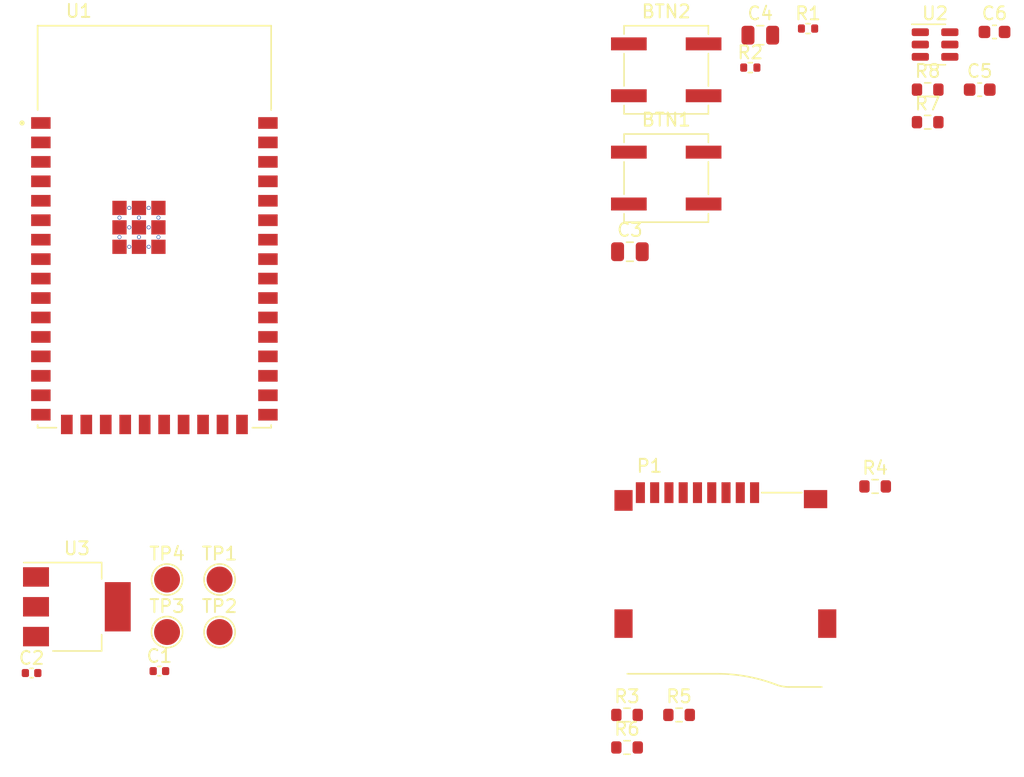
<source format=kicad_pcb>
(kicad_pcb (version 20211014) (generator pcbnew)
  (layers (0 "F.Cu" signal) (31 "B.Cu" signal) (34 "B.Paste" user) (35 "F.Paste" user) (36 "B.SilkS" user "B.Silkscreen") (37 "F.SilkS" user "F.Silkscreen") (38 "B.Mask" user) (39 "F.Mask" user) (44 "Edge.Cuts" user))
  (net 0 "")
  (net 1 "GND")
  (net 2 "IO0")
  (net 3 "EN")
  (net 4 "VDD")
  (net 5 "VUSB")
  (net 9 "SD_D3")
  (net 10 "SD_CMD")
  (net 11 "SD_CLK")
  (net 12 "SD_D0")
  (net 15 "DAC_SCL")
  (net 16 "DAC_SDA")
  (net 17 "USB_D-")
  (net 18 "USB_D+")
  (net 43 "TXD")
  (net 44 "RXD")
  (net 47 "Net-(U1-Pad43_1)")
  (footprint "Resistor_SMD:R_0603_1608Metric" (layer "F.Cu") (at 134.98 108.91)
    (fp_text reference "R6" (at 0 -1.43) (layer "F.SilkS"))
    (fp_text value "R-EU_R0603")
    (fp_line (start -0.237258 -0.5225) (end 0.237258 -0.5225) (layer "F.SilkS") (width 0.12))
    (fp_line (start -0.237258 0.5225) (end 0.237258 0.5225) (layer "F.SilkS") (width 0.12))
    (pad "1" smd roundrect (at -0.825 0) (size 0.8 0.95) (layers "F.Cu" "F.Paste" "F.Mask") (net 4 "VDD"))
    (pad "2" smd roundrect (at 0.825 0) (size 0.8 0.95) (layers "F.Cu" "F.Paste" "F.Mask") (net 11 "SD_CLK"))
  )
  (footprint "Resistor_SMD:R_0603_1608Metric" (layer "F.Cu") (at 138.99 106.4)
    (fp_text reference "R5" (at 0 -1.43) (layer "F.SilkS"))
    (fp_text value "R-EU_R0603")
    (fp_line (start -0.237258 -0.5225) (end 0.237258 -0.5225) (layer "F.SilkS") (width 0.12))
    (fp_line (start -0.237258 0.5225) (end 0.237258 0.5225) (layer "F.SilkS") (width 0.12))
    (pad "1" smd roundrect (at -0.825 0) (size 0.8 0.95) (layers "F.Cu" "F.Paste" "F.Mask") (net 4 "VDD"))
    (pad "2" smd roundrect (at 0.825 0) (size 0.8 0.95) (layers "F.Cu" "F.Paste" "F.Mask") (net 10 "SD_CMD"))
  )
  (footprint "GlobalLibrary:SUNTECH_ST-TF-003A" (layer "F.Cu") (at 141.2885 94.5885)
    (fp_text reference "P1" (at -4.57732 -7.38873) (layer "F.SilkS") (effects (font (size 1.000504 1.000504))))
    (fp_text value "ST-TF-003A")
    (fp_line (start 7.17 -5.33) (end 4.07 -5.33) (layer "F.SilkS") (width 0.127))
    (fp_line (start 0.6469 8.64) (end -6.287 8.64) (layer "F.SilkS") (width 0.127))
    (fp_line (start 8.699 9.656) (end 6.1679 9.656) (layer "F.SilkS") (width 0.127))
    (fp_arc (start 6.1679 9.656) (mid 5.659557 9.609613) (end 5.168 9.472) (layer "F.SilkS") (width 0.127))
    (fp_arc (start 0.6469 8.64) (mid 2.945408 8.849735) (end 5.168 9.472) (layer "F.SilkS") (width 0.127))
    (pad "" np_thru_hole circle (at 4.32 5.17) (size 0.9 0.9) (drill 0.9) (layers *.Cu *.Mask))
    (pad "" np_thru_hole circle (at -3.68 5.17) (size 0.9 0.9) (drill 0.9) (layers *.Cu *.Mask))
    (pad "1" smd rect (at 3.52 -5.33 270) (size 1.6 0.7) (layers "F.Cu" "F.Paste" "F.Mask"))
    (pad "2" smd rect (at 2.42 -5.33 270) (size 1.6 0.7) (layers "F.Cu" "F.Paste" "F.Mask") (net 9 "SD_D3"))
    (pad "3" smd rect (at 1.32 -5.33 270) (size 1.6 0.7) (layers "F.Cu" "F.Paste" "F.Mask") (net 10 "SD_CMD"))
    (pad "4" smd rect (at 0.22 -5.33 270) (size 1.6 0.7) (layers "F.Cu" "F.Paste" "F.Mask") (net 4 "VDD"))
    (pad "5" smd rect (at -0.88 -5.33 270) (size 1.6 0.7) (layers "F.Cu" "F.Paste" "F.Mask") (net 11 "SD_CLK"))
    (pad "6" smd rect (at -1.98 -5.33 270) (size 1.6 0.7) (layers "F.Cu" "F.Paste" "F.Mask") (net 1 "GND"))
    (pad "7" smd rect (at -3.08 -5.33 270) (size 1.6 0.7) (layers "F.Cu" "F.Paste" "F.Mask") (net 12 "SD_D0"))
    (pad "8" smd rect (at -4.18 -5.33 270) (size 1.6 0.7) (layers "F.Cu" "F.Paste" "F.Mask"))
    (pad "9" smd rect (at -5.28 -5.33 270) (size 1.6 0.7) (layers "F.Cu" "F.Paste" "F.Mask"))
    (pad "G1" smd rect (at -6.58 -4.73 270) (size 1.6 1.4) (layers "F.Cu" "F.Paste" "F.Mask") (net 1 "GND"))
    (pad "G2" smd rect (at -6.58 4.77 270) (size 2.2 1.4) (layers "F.Cu" "F.Paste" "F.Mask") (net 1 "GND"))
    (pad "G3" smd rect (at 9.12 4.77 270) (size 2.2 1.4) (layers "F.Cu" "F.Paste" "F.Mask") (net 1 "GND"))
    (pad "G4" smd rect (at 8.22 -4.83 270) (size 1.4 1.8) (layers "F.Cu" "F.Paste" "F.Mask") (net 1 "GND"))
  )
  (footprint "Button_Switch_SMD:SW_SPST_B3SL-1022P" (layer "F.Cu") (at 138 65)
    (fp_text reference "BTN1" (at 0 -4.5) (layer "F.SilkS"))
    (fp_text value "SPST-SMD-5.2MM")
    (fp_line (start 3.25 3.4) (end -3.25 3.4) (layer "F.SilkS") (width 0.12))
    (fp_line (start -3.25 -3.4) (end -3.25 -2.75) (layer "F.SilkS") (width 0.12))
    (fp_line (start 3.25 -2.75) (end 3.25 -3.4) (layer "F.SilkS") (width 0.12))
    (fp_line (start 3.25 2.75) (end 3.25 3.4) (layer "F.SilkS") (width 0.12))
    (fp_line (start 3.25 -1.25) (end 3.25 1.25) (layer "F.SilkS") (width 0.12))
    (fp_line (start -3.25 3.4) (end -3.25 2.75) (layer "F.SilkS") (width 0.12))
    (fp_line (start -3.25 -1.25) (end -3.25 1.25) (layer "F.SilkS") (width 0.12))
    (fp_line (start 3.25 -3.4) (end -3.25 -3.4) (layer "F.SilkS") (width 0.12))
    (pad "1" smd rect (at -2.88 -2) (size 2.75 1) (layers "F.Cu" "F.Paste" "F.Mask") (net 1 "GND"))
    (pad "1" smd rect (at 2.88 -2) (size 2.75 1) (layers "F.Cu" "F.Paste" "F.Mask") (net 1 "GND"))
    (pad "2" smd rect (at -2.88 2) (size 2.75 1) (layers "F.Cu" "F.Paste" "F.Mask") (net 2 "IO0"))
    (pad "2" smd rect (at 2.88 2) (size 2.75 1) (layers "F.Cu" "F.Paste" "F.Mask") (net 2 "IO0"))
  )
  (footprint "Resistor_SMD:R_0402_1005Metric" (layer "F.Cu") (at 144.48 56.48)
    (fp_text reference "R2" (at 0 -1.17) (layer "F.SilkS"))
    (fp_text value "R-EU_R0603")
    (fp_line (start -0.153641 -0.38) (end 0.153641 -0.38) (layer "F.SilkS") (width 0.12))
    (fp_line (start -0.153641 0.38) (end 0.153641 0.38) (layer "F.SilkS") (width 0.12))
    (pad "1" smd roundrect (at -0.51 0) (size 0.54 0.64) (layers "F.Cu" "F.Paste" "F.Mask") (net 4 "VDD"))
    (pad "2" smd roundrect (at 0.51 0) (size 0.54 0.64) (layers "F.Cu" "F.Paste" "F.Mask") (net 3 "EN"))
  )
  (footprint "TestPoint:TestPoint_Pad_D2.0mm" (layer "F.Cu") (at 103.58 100.01)
    (fp_text reference "TP2" (at 0 -1.998) (layer "F.SilkS"))
    (fp_text value "USB_D-")
    (fp_circle (center 0 0) (end 0 1.2) (layer "F.SilkS") (width 0.12) (fill none))
    (pad "1" smd circle (at 0 0) (size 2 2) (layers "F.Cu" "F.Mask") (net 17 "USB_D-"))
  )
  (footprint "TestPoint:TestPoint_Pad_D2.0mm" (layer "F.Cu") (at 99.53 100.01)
    (fp_text reference "TP3" (at 0 -1.998) (layer "F.SilkS"))
    (fp_text value "USB_D+")
    (fp_circle (center 0 0) (end 0 1.2) (layer "F.SilkS") (width 0.12) (fill none))
    (pad "1" smd circle (at 0 0) (size 2 2) (layers "F.Cu" "F.Mask") (net 18 "USB_D+"))
  )
  (footprint "Resistor_SMD:R_0603_1608Metric" (layer "F.Cu") (at 134.98 106.4)
    (fp_text reference "R3" (at 0 -1.43) (layer "F.SilkS"))
    (fp_text value "R-EU_R0603")
    (fp_line (start -0.237258 -0.5225) (end 0.237258 -0.5225) (layer "F.SilkS") (width 0.12))
    (fp_line (start -0.237258 0.5225) (end 0.237258 0.5225) (layer "F.SilkS") (width 0.12))
    (pad "1" smd roundrect (at -0.825 0) (size 0.8 0.95) (layers "F.Cu" "F.Paste" "F.Mask") (net 9 "SD_D3"))
    (pad "2" smd roundrect (at 0.825 0) (size 0.8 0.95) (layers "F.Cu" "F.Paste" "F.Mask") (net 4 "VDD"))
  )
  (footprint "Capacitor_SMD:C_0603_1608Metric" (layer "F.Cu") (at 163.3 53.73)
    (fp_text reference "C6" (at 0 -1.43) (layer "F.SilkS"))
    (fp_text value "0.1uf")
    (fp_line (start -0.14058 -0.51) (end 0.14058 -0.51) (layer "F.SilkS") (width 0.12))
    (fp_line (start -0.14058 0.51) (end 0.14058 0.51) (layer "F.SilkS") (width 0.12))
    (pad "1" smd roundrect (at -0.775 0) (size 0.9 0.95) (layers "F.Cu" "F.Paste" "F.Mask") (net 4 "VDD"))
    (pad "2" smd roundrect (at 0.775 0) (size 0.9 0.95) (layers "F.Cu" "F.Paste" "F.Mask"))
  )
  (footprint "Package_TO_SOT_SMD:SOT-23-6" (layer "F.Cu") (at 158.72 54.7)
    (fp_text reference "U2" (at 0 -2.4) (layer "F.SilkS"))
    (fp_text value "MCP4725xxx-xCH")
    (fp_line (start 0 -1.56) (end -1.8 -1.56) (layer "F.SilkS") (width 0.12))
    (fp_line (start 0 -1.56) (end 0.8 -1.56) (layer "F.SilkS") (width 0.12))
    (fp_line (start 0 1.56) (end -0.8 1.56) (layer "F.SilkS") (width 0.12))
    (fp_line (start 0 1.56) (end 0.8 1.56) (layer "F.SilkS") (width 0.12))
    (pad "1" smd roundrect (at -1.1375 -0.95) (size 1.325 0.6) (layers "F.Cu" "F.Paste" "F.Mask"))
    (pad "2" smd roundrect (at -1.1375 0) (size 1.325 0.6) (layers "F.Cu" "F.Paste" "F.Mask") (net 1 "GND"))
    (pad "3" smd roundrect (at -1.1375 0.95) (size 1.325 0.6) (layers "F.Cu" "F.Paste" "F.Mask") (net 4 "VDD"))
    (pad "4" smd roundrect (at 1.1375 0.95) (size 1.325 0.6) (layers "F.Cu" "F.Paste" "F.Mask") (net 16 "DAC_SDA"))
    (pad "5" smd roundrect (at 1.1375 0) (size 1.325 0.6) (layers "F.Cu" "F.Paste" "F.Mask") (net 15 "DAC_SCL"))
    (pad "6" smd roundrect (at 1.1375 -0.95) (size 1.325 0.6) (layers "F.Cu" "F.Paste" "F.Mask") (net 1 "GND"))
  )
  (footprint "GlobalLibrary:MODULE_ESP32-S2-WROVER" (layer "F.Cu") (at 98.555 68.75)
    (fp_text reference "U1" (at -5.825 -16.635) (layer "F.SilkS"))
    (fp_text value "ESP32-S2-WROVER")
    (fp_line (start -9 15.3) (end -9 15.5) (layer "F.SilkS") (width 0.127))
    (fp_line (start 9 -15.5) (end 9 -9) (layer "F.SilkS") (width 0.127))
    (fp_line (start -9 15.5) (end -7.55 15.5) (layer "F.SilkS") (width 0.127))
    (fp_line (start -9 -15.5) (end 9 -15.5) (layer "F.SilkS") (width 0.127))
    (fp_line (start -9 -9) (end -9 -15.5) (layer "F.SilkS") (width 0.127))
    (fp_line (start 7.55 15.5) (end 9 15.5) (layer "F.SilkS") (width 0.127))
    (fp_line (start 9 15.5) (end 9 15.3) (layer "F.SilkS") (width 0.127))
    (fp_circle (center -10.2 -8) (end -10.1 -8) (layer "F.SilkS") (width 0.2) (fill none))
    (pad "1" smd rect (at -8.75 -8) (size 1.5 0.9) (layers "F.Cu" "F.Paste" "F.Mask") (net 1 "GND"))
    (pad "2" smd rect (at -8.75 -6.5) (size 1.5 0.9) (layers "F.Cu" "F.Paste" "F.Mask") (net 4 "VDD"))
    (pad "3" smd rect (at -8.75 -5) (size 1.5 0.9) (layers "F.Cu" "F.Paste" "F.Mask") (net 2 "IO0"))
    (pad "4" smd rect (at -8.75 -3.5) (size 1.5 0.9) (layers "F.Cu" "F.Paste" "F.Mask"))
    (pad "5" smd rect (at -8.75 -2) (size 1.5 0.9) (layers "F.Cu" "F.Paste" "F.Mask") (net 12 "SD_D0"))
    (pad "6" smd rect (at -8.75 -0.5) (size 1.5 0.9) (layers "F.Cu" "F.Paste" "F.Mask"))
    (pad "7" smd rect (at -8.75 1) (size 1.5 0.9) (layers "F.Cu" "F.Paste" "F.Mask"))
    (pad "8" smd rect (at -8.75 2.5) (size 1.5 0.9) (layers "F.Cu" "F.Paste" "F.Mask"))
    (pad "9" smd rect (at -8.75 4) (size 1.5 0.9) (layers "F.Cu" "F.Paste" "F.Mask"))
    (pad "10" smd rect (at -8.75 5.5) (size 1.5 0.9) (layers "F.Cu" "F.Paste" "F.Mask"))
    (pad "11" smd rect (at -8.75 7) (size 1.5 0.9) (layers "F.Cu" "F.Paste" "F.Mask"))
    (pad "12" smd rect (at -8.75 8.5) (size 1.5 0.9) (layers "F.Cu" "F.Paste" "F.Mask"))
    (pad "13" smd rect (at -8.75 10) (size 1.5 0.9) (layers "F.Cu" "F.Paste" "F.Mask"))
    (pad "14" smd rect (at -8.75 11.5) (size 1.5 0.9) (layers "F.Cu" "F.Paste" "F.Mask"))
    (pad "15" smd rect (at -8.75 13) (size 1.5 0.9) (layers "F.Cu" "F.Paste" "F.Mask"))
    (pad "16" smd rect (at -8.75 14.5) (size 1.5 0.9) (layers "F.Cu" "F.Paste" "F.Mask") (net 9 "SD_D3"))
    (pad "17" smd rect (at -6.75 15.25 90) (size 1.5 0.9) (layers "F.Cu" "F.Paste" "F.Mask") (net 11 "SD_CLK"))
    (pad "18" smd rect (at -5.25 15.25 90) (size 1.5 0.9) (layers "F.Cu" "F.Paste" "F.Mask") (net 10 "SD_CMD"))
    (pad "19" smd rect (at -3.75 15.25 90) (size 1.5 0.9) (layers "F.Cu" "F.Paste" "F.Mask"))
    (pad "20" smd rect (at -2.25 15.25 90) (size 1.5 0.9) (layers "F.Cu" "F.Paste" "F.Mask"))
    (pad "21" smd rect (at -0.75 15.25 90) (size 1.5 0.9) (layers "F.Cu" "F.Paste" "F.Mask"))
    (pad "22" smd rect (at 0.75 15.25 90) (size 1.5 0.9) (layers "F.Cu" "F.Paste" "F.Mask") (net 17 "USB_D-"))
    (pad "23" smd rect (at 2.25 15.25 90) (size 1.5 0.9) (layers "F.Cu" "F.Paste" "F.Mask") (net 18 "USB_D+"))
    (pad "24" smd rect (at 3.75 15.25 90) (size 1.5 0.9) (layers "F.Cu" "F.Paste" "F.Mask"))
    (pad "25" smd rect (at 5.25 15.25 90) (size 1.5 0.9) (layers "F.Cu" "F.Paste" "F.Mask"))
    (pad "26" smd rect (at 6.75 15.25 90) (size 1.5 0.9) (layers "F.Cu" "F.Paste" "F.Mask") (net 1 "GND"))
    (pad "27" smd rect (at 8.75 14.5 180) (size 1.5 0.9) (layers "F.Cu" "F.Paste" "F.Mask"))
    (pad "28" smd rect (at 8.75 13 180) (size 1.5 0.9) (layers "F.Cu" "F.Paste" "F.Mask") (net 15 "DAC_SCL"))
    (pad "29" smd rect (at 8.75 11.5 180) (size 1.5 0.9) (layers "F.Cu" "F.Paste" "F.Mask") (net 16 "DAC_SDA"))
    (pad "30" smd rect (at 8.75 10 180) (size 1.5 0.9) (layers "F.Cu" "F.Paste" "F.Mask"))
    (pad "31" smd rect (at 8.75 8.5 180) (size 1.5 0.9) (layers "F.Cu" "F.Paste" "F.Mask"))
    (pad "32" smd rect (at 8.75 7 180) (size 1.5 0.9) (layers "F.Cu" "F.Paste" "F.Mask"))
    (pad "33" smd rect (at 8.75 5.5 180) (size 1.5 0.9) (layers "F.Cu" "F.Paste" "F.Mask"))
    (pad "34" smd rect (at 8.75 4 180) (size 1.5 0.9) (layers "F.Cu" "F.Paste" "F.Mask"))
    (pad "35" smd rect (at 8.75 2.5 180) (size 1.5 0.9) (layers "F.Cu" "F.Paste" "F.Mask"))
    (pad "36" smd rect (at 8.75 1 180) (size 1.5 0.9) (layers "F.Cu" "F.Paste" "F.Mask"))
    (pad "37" smd rect (at 8.75 -0.5 180) (size 1.5 0.9) (layers "F.Cu" "F.Paste" "F.Mask") (net 43 "TXD"))
    (pad "38" smd rect (at 8.75 -2 180) (size 1.5 0.9) (layers "F.Cu" "F.Paste" "F.Mask") (net 44 "RXD"))
    (pad "39" smd rect (at 8.75 -3.5 180) (size 1.5 0.9) (layers "F.Cu" "F.Paste" "F.Mask"))
    (pad "40" smd rect (at 8.75 -5 180) (size 1.5 0.9) (layers "F.Cu" "F.Paste" "F.Mask"))
    (pad "41" smd rect (at 8.75 -6.5 180) (size 1.5 0.9) (layers "F.Cu" "F.Paste" "F.Mask") (net 3 "EN"))
    (pad "42" smd rect (at 8.75 -8 180) (size 1.5 0.9) (layers "F.Cu" "F.Paste" "F.Mask") (net 1 "GND"))
    (pad "43_1" smd rect (at -2.69 -1.45) (size 1.1 1.1) (layers "F.Cu" "F.Paste" "F.Mask") (net 47 "Net-(U1-Pad43_1)"))
    (pad "43_2" smd rect (at -1.19 -1.45) (size 1.1 1.1) (layers "F.Cu" "F.Paste" "F.Mask") (net 47 "Net-(U1-Pad43_1)"))
    (pad "43_3" smd rect (at 0.31 -1.45) (size 1.1 1.1) (layers "F.Cu" "F.Paste" "F.Mask") (net 47 "Net-(U1-Pad43_1)"))
    (pad "43_4" smd rect (at -2.69 0.05) (size 1.1 1.1) (layers "F.Cu" "F.Paste" "F.Mask") (net 47 "Net-(U1-Pad43_1)"))
    (pad "43_5" smd rect (at -1.19 0.05) (size 1.1 1.1) (layers "F.Cu" "F.Paste" "F.Mask") (net 47 "Net-(U1-Pad43_1)"))
    (pad "43_6" smd rect (at 0.31 0.05) (size 1.1 1.1) (layers "F.Cu" "F.Paste" "F.Mask") (net 47 "Net-(U1-Pad43_1)"))
    (pad "43_7" smd rect (at -2.69 1.55) (size 1.1 1.1) (layers "F.Cu" "F.Paste" "F.Mask") (net 47 "Net-(U1-Pad43_1)"))
    (pad "43_8" smd rect (at -1.19 1.55) (size 1.1 1.1) (layers "F.Cu" "F.Paste" "F.Mask") (net 47 "Net-(U1-Pad43_1)"))
    (pad "43_9" smd rect (at 0.31 1.55) (size 1.1 1.1) (layers "F.Cu" "F.Paste" "F.Mask") (net 47 "Net-(U1-Pad43_1)"))
    (pad "43_10" thru_hole circle (at -1.94 -1.45) (size 0.3 0.3) (drill 0.2) (layers *.Cu *.Mask) (net 47 "Net-(U1-Pad43_1)"))
    (pad "43_11" thru_hole circle (at -0.44 -1.45) (size 0.3 0.3) (drill 0.2) (layers *.Cu *.Mask) (net 47 "Net-(U1-Pad43_1)"))
    (pad "43_12" thru_hole circle (at -2.69 -0.7) (size 0.3 0.3) (drill 0.2) (layers *.Cu *.Mask) (net 47 "Net-(U1-Pad43_1)"))
    (pad "43_13" thru_hole circle (at -1.19 -0.7) (size 0.3 0.3) (drill 0.2) (layers *.Cu *.Mask) (net 47 "Net-(U1-Pad43_1)"))
    (pad "43_14" thru_hole circle (at 0.31 -0.7) (size 0.3 0.3) (drill 0.2) (layers *.Cu *.Mask) (net 47 "Net-(U1-Pad43_1)"))
    (pad "43_15" thru_hole circle (at -1.94 0.05) (size 0.3 0.3) (drill 0.2) (layers *.Cu *.Mask) (net 47 "Net-(U1-Pad43_1)"))
    (pad "43_16" thru_hole circle (at -0.44 0.05) (size 0.3 0.3) (drill 0.2) (layers *.Cu *.Mask) (net 47 "Net-(U1-Pad43_1)"))
    (pad "43_17" thru_hole circle (at -2.69 0.8) (size 0.3 0.3) (drill 0.2) (layers *.Cu *.Mask) (net 47 "Net-(U1-Pad43_1)"))
    (pad "43_18" thru_hole circle (at -1.19 0.8) (size 0.3 0.3) (drill 0.2) (layers *.Cu *.Mask) (net 47 "Net-(U1-Pad43_1)"))
    (pad "43_19" thru_hole circle (at 0.31 0.8) (size 0.3 0.3) (drill 0.2) (layers *.Cu *.Mask) (net 47 "Net-(U1-Pad43_1)"))
    (pad "43_20" thru_hole circle (at -1.94 1.55) (size 0.3 0.3) (drill 0.2) (layers *.Cu *.Mask) (net 47 "Net-(U1-Pad43_1)"))
    (pad "43_21" thru_hole circle (at -0.44 1.55) (size 0.3 0.3) (drill 0.2) (layers *.Cu *.Mask) (net 47 "Net-(U1-Pad43_1)"))
  )
  (footprint "Resistor_SMD:R_0603_1608Metric" (layer "F.Cu") (at 158.15 58.18)
    (fp_text reference "R8" (at 0 -1.43) (layer "F.SilkS"))
    (fp_text value "10k")
    (fp_line (start -0.237258 -0.5225) (end 0.237258 -0.5225) (layer "F.SilkS") (width 0.12))
    (fp_line (start -0.237258 0.5225) (end 0.237258 0.5225) (layer "F.SilkS") (width 0.12))
    (pad "1" smd roundrect (at -0.825 0) (size 0.8 0.95) (layers "F.Cu" "F.Paste" "F.Mask") (net 4 "VDD"))
    (pad "2" smd roundrect (at 0.825 0) (size 0.8 0.95) (layers "F.Cu" "F.Paste" "F.Mask") (net 16 "DAC_SDA"))
  )
  (footprint "Resistor_SMD:R_0402_1005Metric" (layer "F.Cu") (at 148.93 53.47)
    (fp_text reference "R1" (at 0 -1.17) (layer "F.SilkS"))
    (fp_text value "R?")
    (fp_line (start -0.153641 -0.38) (end 0.153641 -0.38) (layer "F.SilkS") (width 0.12))
    (fp_line (start -0.153641 0.38) (end 0.153641 0.38) (layer "F.SilkS") (width 0.12))
    (pad "1" smd roundrect (at -0.51 0) (size 0.54 0.64) (layers "F.Cu" "F.Paste" "F.Mask") (net 4 "VDD"))
    (pad "2" smd roundrect (at 0.51 0) (size 0.54 0.64) (layers "F.Cu" "F.Paste" "F.Mask") (net 2 "IO0"))
  )
  (footprint "Resistor_SMD:R_0603_1608Metric" (layer "F.Cu") (at 154.1 88.78)
    (fp_text reference "R4" (at 0 -1.43) (layer "F.SilkS"))
    (fp_text value "R-EU_R0603")
    (fp_line (start -0.237258 -0.5225) (end 0.237258 -0.5225) (layer "F.SilkS") (width 0.12))
    (fp_line (start -0.237258 0.5225) (end 0.237258 0.5225) (layer "F.SilkS") (width 0.12))
    (pad "1" smd roundrect (at -0.825 0) (size 0.8 0.95) (layers "F.Cu" "F.Paste" "F.Mask") (net 12 "SD_D0"))
    (pad "2" smd roundrect (at 0.825 0) (size 0.8 0.95) (layers "F.Cu" "F.Paste" "F.Mask") (net 4 "VDD"))
  )
  (footprint "Capacitor_SMD:C_0805_2012Metric" (layer "F.Cu") (at 145.25 53.98)
    (fp_text reference "C4" (at 0 -1.68) (layer "F.SilkS"))
    (fp_text value "1uF")
    (fp_line (start -0.261252 0.735) (end 0.261252 0.735) (layer "F.SilkS") (width 0.12))
    (fp_line (start -0.261252 -0.735) (end 0.261252 -0.735) (layer "F.SilkS") (width 0.12))
    (pad "1" smd roundrect (at -0.95 0) (size 1 1.45) (layers "F.Cu" "F.Paste" "F.Mask") (net 3 "EN"))
    (pad "2" smd roundrect (at 0.95 0) (size 1 1.45) (layers "F.Cu" "F.Paste" "F.Mask") (net 1 "GND"))
  )
  (footprint "Resistor_SMD:R_0603_1608Metric" (layer "F.Cu") (at 158.15 60.69)
    (fp_text reference "R7" (at 0 -1.43) (layer "F.SilkS"))
    (fp_text value "10k")
    (fp_line (start -0.237258 0.5225) (end 0.237258 0.5225) (layer "F.SilkS") (width 0.12))
    (fp_line (start -0.237258 -0.5225) (end 0.237258 -0.5225) (layer "F.SilkS") (width 0.12))
    (pad "1" smd roundrect (at -0.825 0) (size 0.8 0.95) (layers "F.Cu" "F.Paste" "F.Mask") (net 15 "DAC_SCL"))
    (pad "2" smd roundrect (at 0.825 0) (size 0.8 0.95) (layers "F.Cu" "F.Paste" "F.Mask") (net 4 "VDD"))
  )
  (footprint "Capacitor_SMD:C_0402_1005Metric" (layer "F.Cu") (at 89.09 103.17)
    (fp_text reference "C2" (at 0 -1.16) (layer "F.SilkS"))
    (fp_text value "100nF")
    (fp_line (start -0.107836 0.36) (end 0.107836 0.36) (layer "F.SilkS") (width 0.12))
    (fp_line (start -0.107836 -0.36) (end 0.107836 -0.36) (layer "F.SilkS") (width 0.12))
    (pad "1" smd roundrect (at -0.48 0) (size 0.56 0.62) (layers "F.Cu" "F.Paste" "F.Mask") (net 5 "VUSB"))
    (pad "2" smd roundrect (at 0.48 0) (size 0.56 0.62) (layers "F.Cu" "F.Paste" "F.Mask") (net 1 "GND"))
  )
  (footprint "TestPoint:TestPoint_Pad_D2.0mm" (layer "F.Cu") (at 103.58 95.96)
    (fp_text reference "TP1" (at 0 -1.998) (layer "F.SilkS"))
    (fp_text value "5V_USB")
    (fp_circle (center 0 0) (end 0 1.2) (layer "F.SilkS") (width 0.12) (fill none))
    (pad "1" smd circle (at 0 0) (size 2 2) (layers "F.Cu" "F.Mask") (net 5 "VUSB"))
  )
  (footprint "Button_Switch_SMD:SW_SPST_B3SL-1022P" (layer "F.Cu") (at 138 56.65)
    (fp_text reference "BTN2" (at 0 -4.5) (layer "F.SilkS"))
    (fp_text value "SPST-SMD-5.2MM")
    (fp_line (start 3.25 2.75) (end 3.25 3.4) (layer "F.SilkS") (width 0.12))
    (fp_line (start 3.25 3.4) (end -3.25 3.4) (layer "F.SilkS") (width 0.12))
    (fp_line (start 3.25 -3.4) (end -3.25 -3.4) (layer "F.SilkS") (width 0.12))
    (fp_line (start -3.25 -1.25) (end -3.25 1.25) (layer "F.SilkS") (width 0.12))
    (fp_line (start 3.25 -2.75) (end 3.25 -3.4) (layer "F.SilkS") (width 0.12))
    (fp_line (start -3.25 3.4) (end -3.25 2.75) (layer "F.SilkS") (width 0.12))
    (fp_line (start -3.25 -3.4) (end -3.25 -2.75) (layer "F.SilkS") (width 0.12))
    (fp_line (start 3.25 -1.25) (end 3.25 1.25) (layer "F.SilkS") (width 0.12))
    (pad "1" smd rect (at -2.88 -2) (size 2.75 1) (layers "F.Cu" "F.Paste" "F.Mask") (net 1 "GND"))
    (pad "1" smd rect (at 2.88 -2) (size 2.75 1) (layers "F.Cu" "F.Paste" "F.Mask") (net 1 "GND"))
    (pad "2" smd rect (at -2.88 2) (size 2.75 1) (layers "F.Cu" "F.Paste" "F.Mask") (net 3 "EN"))
    (pad "2" smd rect (at 2.88 2) (size 2.75 1) (layers "F.Cu" "F.Paste" "F.Mask") (net 3 "EN"))
  )
  (footprint "Capacitor_SMD:C_0402_1005Metric" (layer "F.Cu") (at 98.94 103.02)
    (fp_text reference "C1" (at 0 -1.16) (layer "F.SilkS"))
    (fp_text value "100nF")
    (fp_line (start -0.107836 -0.36) (end 0.107836 -0.36) (layer "F.SilkS") (width 0.12))
    (fp_line (start -0.107836 0.36) (end 0.107836 0.36) (layer "F.SilkS") (width 0.12))
    (pad "1" smd roundrect (at -0.48 0) (size 0.56 0.62) (layers "F.Cu" "F.Paste" "F.Mask") (net 4 "VDD"))
    (pad "2" smd roundrect (at 0.48 0) (size 0.56 0.62) (layers "F.Cu" "F.Paste" "F.Mask") (net 1 "GND"))
  )
  (footprint "Package_TO_SOT_SMD:SOT-223" (layer "F.Cu") (at 92.58 98.06)
    (fp_text reference "U3" (at 0 -4.5) (layer "F.SilkS"))
    (fp_text value "LM1117")
    (fp_line (start -4.1 -3.41) (end 1.91 -3.41) (layer "F.SilkS") (width 0.12))
    (fp_line (start 1.91 3.41) (end 1.91 2.15) (layer "F.SilkS") (width 0.12))
    (fp_line (start 1.91 -3.41) (end 1.91 -2.15) (layer "F.SilkS") (width 0.12))
    (fp_line (start -1.85 3.41) (end 1.91 3.41) (layer "F.SilkS") (width 0.12))
    (pad "1" smd rect (at -3.15 -2.3) (size 2 1.5) (layers "F.Cu" "F.Paste" "F.Mask") (net 1 "GND"))
    (pad "2" smd rect (at -3.15 0) (size 2 1.5) (layers "F.Cu" "F.Paste" "F.Mask") (net 4 "VDD"))
    (pad "3" smd rect (at -3.15 2.3) (size 2 1.5) (layers "F.Cu" "F.Paste" "F.Mask") (net 5 "VUSB"))
    (pad "4" smd rect (at 3.15 0) (size 2 3.8) (layers "F.Cu" "F.Paste" "F.Mask"))
  )
  (footprint "Capacitor_SMD:C_0805_2012Metric" (layer "F.Cu") (at 135.2 70.68)
    (fp_text reference "C3" (at 0 -1.68) (layer "F.SilkS"))
    (fp_text value "1uF")
    (fp_line (start -0.261252 0.735) (end 0.261252 0.735) (layer "F.SilkS") (width 0.12))
    (fp_line (start -0.261252 -0.735) (end 0.261252 -0.735) (layer "F.SilkS") (width 0.12))
    (pad "1" smd roundrect (at -0.95 0) (size 1 1.45) (layers "F.Cu" "F.Paste" "F.Mask") (net 1 "GND"))
    (pad "2" smd roundrect (at 0.95 0) (size 1 1.45) (layers "F.Cu" "F.Paste" "F.Mask") (net 2 "IO0"))
  )
  (footprint "TestPoint:TestPoint_Pad_D2.0mm" (layer "F.Cu") (at 99.53 95.96)
    (fp_text reference "TP4" (at 0 -1.998) (layer "F.SilkS"))
    (fp_text value "USB_GND")
    (fp_circle (center 0 0) (end 0 1.2) (layer "F.SilkS") (width 0.12) (fill none))
    (pad "1" smd circle (at 0 0) (size 2 2) (layers "F.Cu" "F.Mask") (net 1 "GND"))
  )
  (footprint "Capacitor_SMD:C_0603_1608Metric" (layer "F.Cu") (at 162.16 58.18)
    (fp_text reference "C5" (at 0 -1.43) (layer "F.SilkS"))
    (fp_text value "10uf")
    (fp_line (start -0.14058 -0.51) (end 0.14058 -0.51) (layer "F.SilkS") (width 0.12))
    (fp_line (start -0.14058 0.51) (end 0.14058 0.51) (layer "F.SilkS") (width 0.12))
    (pad "1" smd roundrect (at -0.775 0) (size 0.9 0.95) (layers "F.Cu" "F.Paste" "F.Mask") (net 4 "VDD"))
    (pad "2" smd roundrect (at 0.775 0) (size 0.9 0.95) (layers "F.Cu" "F.Paste" "F.Mask"))
  )
)
</source>
